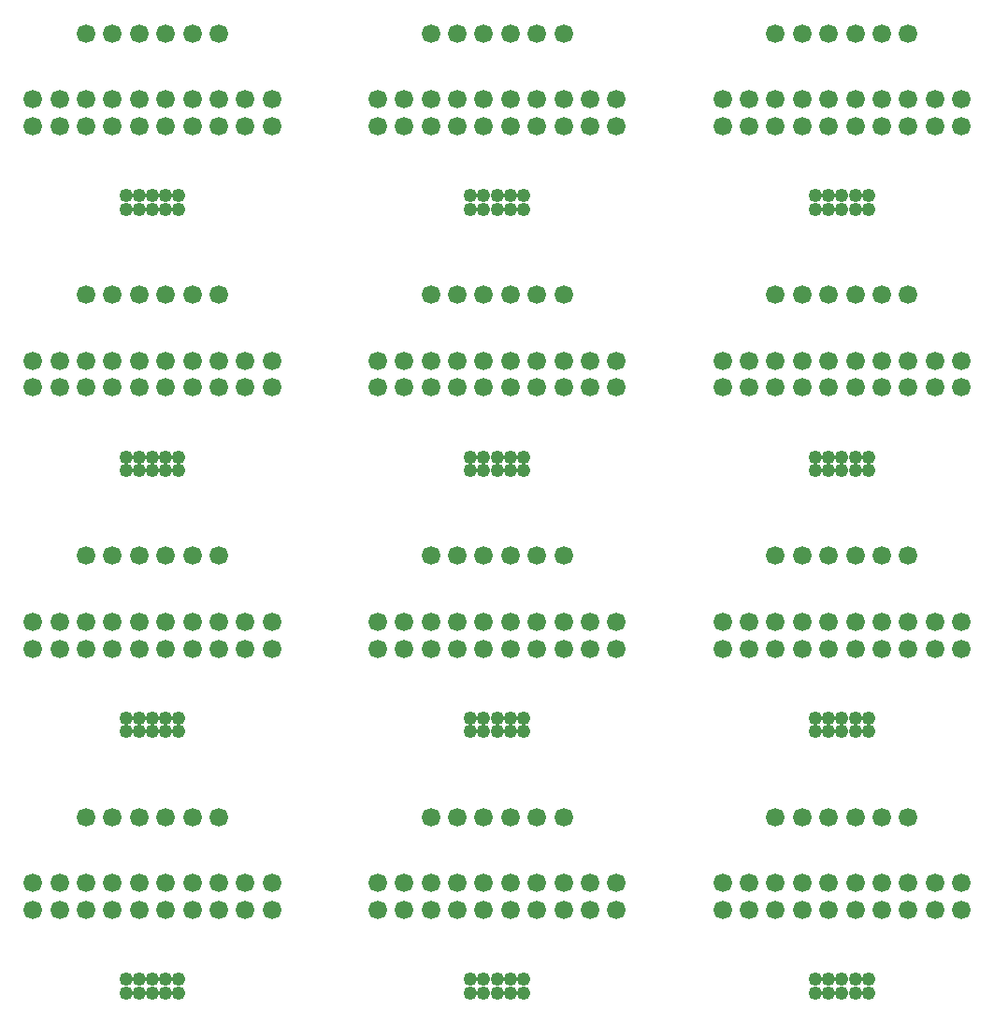
<source format=gts>
G04 EasyPC Gerber Version 21.0.3 Build 4286 *
%FSLAX35Y35*%
%MOIN*%
%ADD29C,0.04919*%
%ADD28C,0.06622*%
X0Y0D02*
D02*
D28*
X87949Y136635D03*
Y146095D03*
Y229746D03*
Y239206D03*
Y322856D03*
Y332316D03*
Y415966D03*
Y425426D03*
X97409Y136635D03*
Y146095D03*
Y229746D03*
Y239206D03*
Y322856D03*
Y332316D03*
Y415966D03*
Y425426D03*
X106869Y136635D03*
Y146095D03*
Y169745D03*
Y229746D03*
Y239206D03*
Y262856D03*
Y322856D03*
Y332316D03*
Y355966D03*
Y415966D03*
Y425426D03*
Y449076D03*
X116329Y136635D03*
Y146095D03*
Y169745D03*
Y229746D03*
Y239206D03*
Y262856D03*
Y322856D03*
Y332316D03*
Y355966D03*
Y415966D03*
Y425426D03*
Y449076D03*
X125789Y136635D03*
Y146095D03*
Y169745D03*
Y229746D03*
Y239206D03*
Y262856D03*
Y322856D03*
Y332316D03*
Y355966D03*
Y415966D03*
Y425426D03*
Y449076D03*
X135249Y136635D03*
Y146095D03*
Y169745D03*
Y229746D03*
Y239206D03*
Y262856D03*
Y322856D03*
Y332316D03*
Y355966D03*
Y415966D03*
Y425426D03*
Y449076D03*
X144709Y136635D03*
Y146095D03*
Y169745D03*
Y229746D03*
Y239206D03*
Y262856D03*
Y322856D03*
Y332316D03*
Y355966D03*
Y415966D03*
Y425426D03*
Y449076D03*
X154169Y136635D03*
Y146095D03*
Y169745D03*
Y229746D03*
Y239206D03*
Y262856D03*
Y322856D03*
Y332316D03*
Y355966D03*
Y415966D03*
Y425426D03*
Y449076D03*
X163629Y136635D03*
Y146095D03*
Y229746D03*
Y239206D03*
Y322856D03*
Y332316D03*
Y415966D03*
Y425426D03*
X173089Y136635D03*
Y146095D03*
Y229746D03*
Y239206D03*
Y322856D03*
Y332316D03*
Y415966D03*
Y425426D03*
X210854Y136635D03*
Y146095D03*
Y229746D03*
Y239206D03*
Y322856D03*
Y332316D03*
Y415966D03*
Y425426D03*
X220314Y136635D03*
Y146095D03*
Y229746D03*
Y239206D03*
Y322856D03*
Y332316D03*
Y415966D03*
Y425426D03*
X229774Y136635D03*
Y146095D03*
Y169745D03*
Y229746D03*
Y239206D03*
Y262856D03*
Y322856D03*
Y332316D03*
Y355966D03*
Y415966D03*
Y425426D03*
Y449076D03*
X239234Y136635D03*
Y146095D03*
Y169745D03*
Y229746D03*
Y239206D03*
Y262856D03*
Y322856D03*
Y332316D03*
Y355966D03*
Y415966D03*
Y425426D03*
Y449076D03*
X248694Y136635D03*
Y146095D03*
Y169745D03*
Y229746D03*
Y239206D03*
Y262856D03*
Y322856D03*
Y332316D03*
Y355966D03*
Y415966D03*
Y425426D03*
Y449076D03*
X258154Y136635D03*
Y146095D03*
Y169745D03*
Y229746D03*
Y239206D03*
Y262856D03*
Y322856D03*
Y332316D03*
Y355966D03*
Y415966D03*
Y425426D03*
Y449076D03*
X267614Y136635D03*
Y146095D03*
Y169745D03*
Y229746D03*
Y239206D03*
Y262856D03*
Y322856D03*
Y332316D03*
Y355966D03*
Y415966D03*
Y425426D03*
Y449076D03*
X277074Y136635D03*
Y146095D03*
Y169745D03*
Y229746D03*
Y239206D03*
Y262856D03*
Y322856D03*
Y332316D03*
Y355966D03*
Y415966D03*
Y425426D03*
Y449076D03*
X286534Y136635D03*
Y146095D03*
Y229746D03*
Y239206D03*
Y322856D03*
Y332316D03*
Y415966D03*
Y425426D03*
X295994Y136635D03*
Y146095D03*
Y229746D03*
Y239206D03*
Y322856D03*
Y332316D03*
Y415966D03*
Y425426D03*
X333760Y136635D03*
Y146095D03*
Y229746D03*
Y239206D03*
Y322856D03*
Y332316D03*
Y415966D03*
Y425426D03*
X343220Y136635D03*
Y146095D03*
Y229746D03*
Y239206D03*
Y322856D03*
Y332316D03*
Y415966D03*
Y425426D03*
X352680Y136635D03*
Y146095D03*
Y169745D03*
Y229746D03*
Y239206D03*
Y262856D03*
Y322856D03*
Y332316D03*
Y355966D03*
Y415966D03*
Y425426D03*
Y449076D03*
X362140Y136635D03*
Y146095D03*
Y169745D03*
Y229746D03*
Y239206D03*
Y262856D03*
Y322856D03*
Y332316D03*
Y355966D03*
Y415966D03*
Y425426D03*
Y449076D03*
X371600Y136635D03*
Y146095D03*
Y169745D03*
Y229746D03*
Y239206D03*
Y262856D03*
Y322856D03*
Y332316D03*
Y355966D03*
Y415966D03*
Y425426D03*
Y449076D03*
X381060Y136635D03*
Y146095D03*
Y169745D03*
Y229746D03*
Y239206D03*
Y262856D03*
Y322856D03*
Y332316D03*
Y355966D03*
Y415966D03*
Y425426D03*
Y449076D03*
X390520Y136635D03*
Y146095D03*
Y169745D03*
Y229746D03*
Y239206D03*
Y262856D03*
Y322856D03*
Y332316D03*
Y355966D03*
Y415966D03*
Y425426D03*
Y449076D03*
X399980Y136635D03*
Y146095D03*
Y169745D03*
Y229746D03*
Y239206D03*
Y262856D03*
Y322856D03*
Y332316D03*
Y355966D03*
Y415966D03*
Y425426D03*
Y449076D03*
X409440Y136635D03*
Y146095D03*
Y229746D03*
Y239206D03*
Y322856D03*
Y332316D03*
Y415966D03*
Y425426D03*
X418900Y136635D03*
Y146095D03*
Y229746D03*
Y239206D03*
Y322856D03*
Y332316D03*
Y415966D03*
Y425426D03*
D02*
D29*
X121059Y107082D03*
Y111812D03*
Y200193D03*
Y204922D03*
Y293303D03*
Y298033D03*
Y386413D03*
Y391143D03*
X125789Y107082D03*
Y111812D03*
Y200193D03*
Y204922D03*
Y293303D03*
Y298033D03*
Y386413D03*
Y391143D03*
X130519Y107082D03*
Y111812D03*
Y200193D03*
Y204922D03*
Y293303D03*
Y298033D03*
Y386413D03*
Y391143D03*
X135249Y107082D03*
Y111812D03*
Y200193D03*
Y204922D03*
Y293303D03*
Y298033D03*
Y386413D03*
Y391143D03*
X139979Y107082D03*
Y111812D03*
Y200193D03*
Y204922D03*
Y293303D03*
Y298033D03*
Y386413D03*
Y391143D03*
X243964Y107082D03*
Y111812D03*
Y200193D03*
Y204922D03*
Y293303D03*
Y298033D03*
Y386413D03*
Y391143D03*
X248694Y107082D03*
Y111812D03*
Y200193D03*
Y204922D03*
Y293303D03*
Y298033D03*
Y386413D03*
Y391143D03*
X253424Y107082D03*
Y111812D03*
Y200193D03*
Y204922D03*
Y293303D03*
Y298033D03*
Y386413D03*
Y391143D03*
X258154Y107082D03*
Y111812D03*
Y200193D03*
Y204922D03*
Y293303D03*
Y298033D03*
Y386413D03*
Y391143D03*
X262884Y107082D03*
Y111812D03*
Y200193D03*
Y204922D03*
Y293303D03*
Y298033D03*
Y386413D03*
Y391143D03*
X366870Y107082D03*
Y111812D03*
Y200193D03*
Y204922D03*
Y293303D03*
Y298033D03*
Y386413D03*
Y391143D03*
X371600Y107082D03*
Y111812D03*
Y200193D03*
Y204922D03*
Y293303D03*
Y298033D03*
Y386413D03*
Y391143D03*
X376330Y107082D03*
Y111812D03*
Y200193D03*
Y204922D03*
Y293303D03*
Y298033D03*
Y386413D03*
Y391143D03*
X381060Y107082D03*
Y111812D03*
Y200193D03*
Y204922D03*
Y293303D03*
Y298033D03*
Y386413D03*
Y391143D03*
X385790Y107082D03*
Y111812D03*
Y200193D03*
Y204922D03*
Y293303D03*
Y298033D03*
Y386413D03*
Y391143D03*
X0Y0D02*
M02*

</source>
